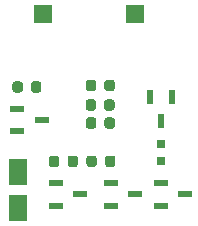
<source format=gbr>
%TF.GenerationSoftware,KiCad,Pcbnew,5.1.6-c6e7f7d~87~ubuntu18.04.1*%
%TF.CreationDate,2021-12-13T20:47:23-08:00*%
%TF.ProjectId,non-contact-voltage-sensor,6e6f6e2d-636f-46e7-9461-63742d766f6c,rev?*%
%TF.SameCoordinates,Original*%
%TF.FileFunction,Paste,Top*%
%TF.FilePolarity,Positive*%
%FSLAX46Y46*%
G04 Gerber Fmt 4.6, Leading zero omitted, Abs format (unit mm)*
G04 Created by KiCad (PCBNEW 5.1.6-c6e7f7d~87~ubuntu18.04.1) date 2021-12-13 20:47:23*
%MOMM*%
%LPD*%
G01*
G04 APERTURE LIST*
%ADD10R,1.500000X1.500000*%
%ADD11R,1.600000X2.200000*%
%ADD12R,0.800000X0.800000*%
%ADD13R,1.300000X0.600000*%
%ADD14R,0.600000X1.300000*%
G04 APERTURE END LIST*
D10*
%TO.C,SW1*%
X155739000Y-88138000D03*
X163539000Y-88138000D03*
%TD*%
D11*
%TO.C,C1*%
X153670000Y-104497000D03*
X153670000Y-101497000D03*
%TD*%
D12*
%TO.C,D1*%
X165735000Y-99072000D03*
X165735000Y-100572000D03*
%TD*%
D13*
%TO.C,Q5*%
X153585200Y-96128800D03*
X153585200Y-98028800D03*
X155685200Y-97078800D03*
%TD*%
D14*
%TO.C,Q4*%
X166685000Y-95089000D03*
X164785000Y-95089000D03*
X165735000Y-97189000D03*
%TD*%
D13*
%TO.C,Q3*%
X165701000Y-102428000D03*
X165701000Y-104328000D03*
X167801000Y-103378000D03*
%TD*%
%TO.C,Q2*%
X161476000Y-102428000D03*
X161476000Y-104328000D03*
X163576000Y-103378000D03*
%TD*%
%TO.C,Q1*%
X156811000Y-102428000D03*
X156811000Y-104328000D03*
X158911000Y-103378000D03*
%TD*%
%TO.C,R5*%
G36*
G01*
X160954200Y-94414050D02*
X160954200Y-93901550D01*
G75*
G02*
X161172950Y-93682800I218750J0D01*
G01*
X161610450Y-93682800D01*
G75*
G02*
X161829200Y-93901550I0J-218750D01*
G01*
X161829200Y-94414050D01*
G75*
G02*
X161610450Y-94632800I-218750J0D01*
G01*
X161172950Y-94632800D01*
G75*
G02*
X160954200Y-94414050I0J218750D01*
G01*
G37*
G36*
G01*
X159379200Y-94414050D02*
X159379200Y-93901550D01*
G75*
G02*
X159597950Y-93682800I218750J0D01*
G01*
X160035450Y-93682800D01*
G75*
G02*
X160254200Y-93901550I0J-218750D01*
G01*
X160254200Y-94414050D01*
G75*
G02*
X160035450Y-94632800I-218750J0D01*
G01*
X159597950Y-94632800D01*
G75*
G02*
X159379200Y-94414050I0J218750D01*
G01*
G37*
%TD*%
%TO.C,R4*%
G36*
G01*
X160928700Y-96065050D02*
X160928700Y-95552550D01*
G75*
G02*
X161147450Y-95333800I218750J0D01*
G01*
X161584950Y-95333800D01*
G75*
G02*
X161803700Y-95552550I0J-218750D01*
G01*
X161803700Y-96065050D01*
G75*
G02*
X161584950Y-96283800I-218750J0D01*
G01*
X161147450Y-96283800D01*
G75*
G02*
X160928700Y-96065050I0J218750D01*
G01*
G37*
G36*
G01*
X159353700Y-96065050D02*
X159353700Y-95552550D01*
G75*
G02*
X159572450Y-95333800I218750J0D01*
G01*
X160009950Y-95333800D01*
G75*
G02*
X160228700Y-95552550I0J-218750D01*
G01*
X160228700Y-96065050D01*
G75*
G02*
X160009950Y-96283800I-218750J0D01*
G01*
X159572450Y-96283800D01*
G75*
G02*
X159353700Y-96065050I0J218750D01*
G01*
G37*
%TD*%
%TO.C,R3*%
G36*
G01*
X160954200Y-97589050D02*
X160954200Y-97076550D01*
G75*
G02*
X161172950Y-96857800I218750J0D01*
G01*
X161610450Y-96857800D01*
G75*
G02*
X161829200Y-97076550I0J-218750D01*
G01*
X161829200Y-97589050D01*
G75*
G02*
X161610450Y-97807800I-218750J0D01*
G01*
X161172950Y-97807800D01*
G75*
G02*
X160954200Y-97589050I0J218750D01*
G01*
G37*
G36*
G01*
X159379200Y-97589050D02*
X159379200Y-97076550D01*
G75*
G02*
X159597950Y-96857800I218750J0D01*
G01*
X160035450Y-96857800D01*
G75*
G02*
X160254200Y-97076550I0J-218750D01*
G01*
X160254200Y-97589050D01*
G75*
G02*
X160035450Y-97807800I-218750J0D01*
G01*
X159597950Y-97807800D01*
G75*
G02*
X159379200Y-97589050I0J218750D01*
G01*
G37*
%TD*%
%TO.C,R2*%
G36*
G01*
X161005000Y-100840250D02*
X161005000Y-100327750D01*
G75*
G02*
X161223750Y-100109000I218750J0D01*
G01*
X161661250Y-100109000D01*
G75*
G02*
X161880000Y-100327750I0J-218750D01*
G01*
X161880000Y-100840250D01*
G75*
G02*
X161661250Y-101059000I-218750J0D01*
G01*
X161223750Y-101059000D01*
G75*
G02*
X161005000Y-100840250I0J218750D01*
G01*
G37*
G36*
G01*
X159430000Y-100840250D02*
X159430000Y-100327750D01*
G75*
G02*
X159648750Y-100109000I218750J0D01*
G01*
X160086250Y-100109000D01*
G75*
G02*
X160305000Y-100327750I0J-218750D01*
G01*
X160305000Y-100840250D01*
G75*
G02*
X160086250Y-101059000I-218750J0D01*
G01*
X159648750Y-101059000D01*
G75*
G02*
X159430000Y-100840250I0J218750D01*
G01*
G37*
%TD*%
%TO.C,R1*%
G36*
G01*
X157130000Y-100327750D02*
X157130000Y-100840250D01*
G75*
G02*
X156911250Y-101059000I-218750J0D01*
G01*
X156473750Y-101059000D01*
G75*
G02*
X156255000Y-100840250I0J218750D01*
G01*
X156255000Y-100327750D01*
G75*
G02*
X156473750Y-100109000I218750J0D01*
G01*
X156911250Y-100109000D01*
G75*
G02*
X157130000Y-100327750I0J-218750D01*
G01*
G37*
G36*
G01*
X158705000Y-100327750D02*
X158705000Y-100840250D01*
G75*
G02*
X158486250Y-101059000I-218750J0D01*
G01*
X158048750Y-101059000D01*
G75*
G02*
X157830000Y-100840250I0J218750D01*
G01*
X157830000Y-100327750D01*
G75*
G02*
X158048750Y-100109000I218750J0D01*
G01*
X158486250Y-100109000D01*
G75*
G02*
X158705000Y-100327750I0J-218750D01*
G01*
G37*
%TD*%
%TO.C,C2*%
G36*
G01*
X154031200Y-94028550D02*
X154031200Y-94541050D01*
G75*
G02*
X153812450Y-94759800I-218750J0D01*
G01*
X153374950Y-94759800D01*
G75*
G02*
X153156200Y-94541050I0J218750D01*
G01*
X153156200Y-94028550D01*
G75*
G02*
X153374950Y-93809800I218750J0D01*
G01*
X153812450Y-93809800D01*
G75*
G02*
X154031200Y-94028550I0J-218750D01*
G01*
G37*
G36*
G01*
X155606200Y-94028550D02*
X155606200Y-94541050D01*
G75*
G02*
X155387450Y-94759800I-218750J0D01*
G01*
X154949950Y-94759800D01*
G75*
G02*
X154731200Y-94541050I0J218750D01*
G01*
X154731200Y-94028550D01*
G75*
G02*
X154949950Y-93809800I218750J0D01*
G01*
X155387450Y-93809800D01*
G75*
G02*
X155606200Y-94028550I0J-218750D01*
G01*
G37*
%TD*%
M02*

</source>
